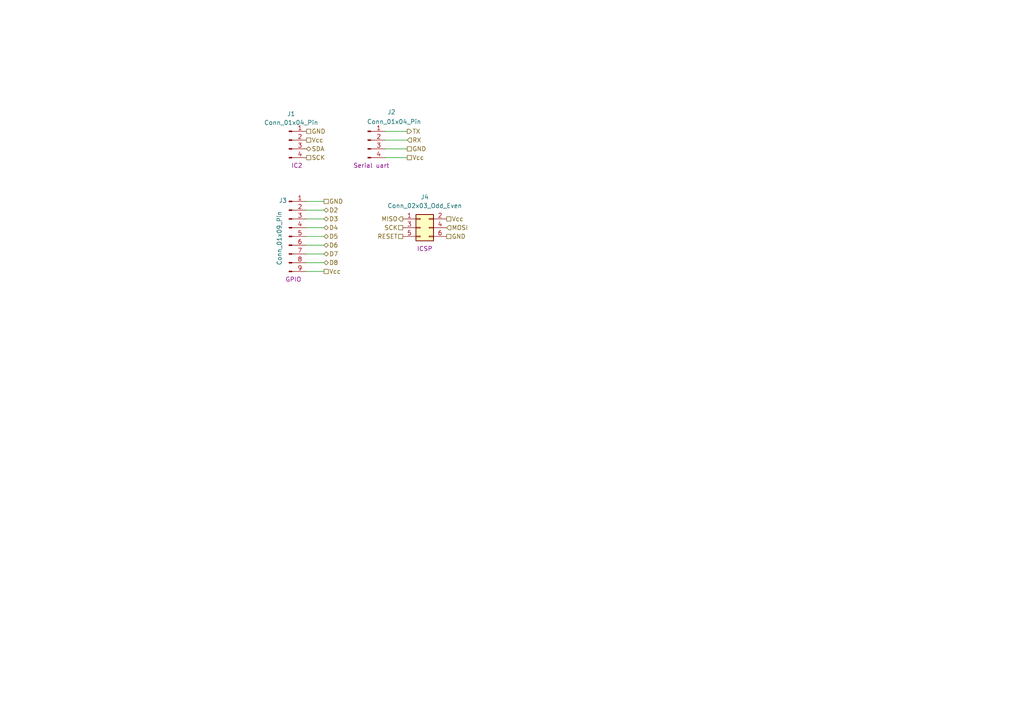
<source format=kicad_sch>
(kicad_sch (version 20231120) (generator "eeschema") (generator_version "8.0")
  (paper "A4")
  (lib_symbols
    (symbol "Connector:Conn_01x04_Pin" (pin_names (offset 1.016) hide)
      (property "Reference" "J" (at 0 5.08 0))
      (property "Value" "Conn_01x04_Pin" (at 0 -7.62 0))
      (symbol "Conn_01x04_Pin_1_1"
        (polyline (pts (xy 1.27 -5.08) (xy 0.8636 -5.08)) (stroke (width 0.1524)))
        (polyline (pts (xy 1.27 -2.54) (xy 0.8636 -2.54)) (stroke (width 0.1524)))
        (polyline (pts (xy 1.27 0) (xy 0.8636 0)) (stroke (width 0.1524)))
        (polyline (pts (xy 1.27 2.54) (xy 0.8636 2.54)) (stroke (width 0.1524)))
        (rectangle (start 0.8636 -4.953) (end 0 -5.207) (stroke (width 0.1524)) (fill (type outline)))
        (rectangle (start 0.8636 -2.413) (end 0 -2.667) (stroke (width 0.1524)) (fill (type outline)))
        (rectangle (start 0.8636 0.127) (end 0 -0.127) (stroke (width 0.1524)) (fill (type outline)))
        (rectangle (start 0.8636 2.667) (end 0 2.413) (stroke (width 0.1524)) (fill (type outline)))
        (pin passive line (at 5.08 2.54 180) (length 3.81) (name "Pin_1") (number "1"))
        (pin passive line (at 5.08 0 180) (length 3.81) (name "Pin_2") (number "2"))
        (pin passive line (at 5.08 -2.54 180) (length 3.81) (name "Pin_3") (number "3"))
        (pin passive line (at 5.08 -5.08 180) (length 3.81) (name "Pin_4") (number "4"))
      )
    )
    (symbol "Connector:Conn_01x09_Pin" (pin_names (offset 1.016) hide)
      (property "Reference" "J" (at 0 12.7 0))
      (property "Value" "Conn_01x09_Pin" (at 0 -12.7 0))
      (symbol "Conn_01x09_Pin_1_1"
        (polyline (pts (xy 1.27 -10.16) (xy 0.8636 -10.16)) (stroke (width 0.1524)))
        (polyline (pts (xy 1.27 -7.62) (xy 0.8636 -7.62)) (stroke (width 0.1524)))
        (polyline (pts (xy 1.27 -5.08) (xy 0.8636 -5.08)) (stroke (width 0.1524)))
        (polyline (pts (xy 1.27 -2.54) (xy 0.8636 -2.54)) (stroke (width 0.1524)))
        (polyline (pts (xy 1.27 0) (xy 0.8636 0)) (stroke (width 0.1524)))
        (polyline (pts (xy 1.27 2.54) (xy 0.8636 2.54)) (stroke (width 0.1524)))
        (polyline (pts (xy 1.27 5.08) (xy 0.8636 5.08)) (stroke (width 0.1524)))
        (polyline (pts (xy 1.27 7.62) (xy 0.8636 7.62)) (stroke (width 0.1524)))
        (polyline (pts (xy 1.27 10.16) (xy 0.8636 10.16)) (stroke (width 0.1524)))
        (rectangle (start 0.8636 -10.033) (end 0 -10.287) (stroke (width 0.1524)) (fill (type outline)))
        (rectangle (start 0.8636 -7.493) (end 0 -7.747) (stroke (width 0.1524)) (fill (type outline)))
        (rectangle (start 0.8636 -4.953) (end 0 -5.207) (stroke (width 0.1524)) (fill (type outline)))
        (rectangle (start 0.8636 -2.413) (end 0 -2.667) (stroke (width 0.1524)) (fill (type outline)))
        (rectangle (start 0.8636 0.127) (end 0 -0.127) (stroke (width 0.1524)) (fill (type outline)))
        (rectangle (start 0.8636 2.667) (end 0 2.413) (stroke (width 0.1524)) (fill (type outline)))
        (rectangle (start 0.8636 5.207) (end 0 4.953) (stroke (width 0.1524)) (fill (type outline)))
        (rectangle (start 0.8636 7.747) (end 0 7.493) (stroke (width 0.1524)) (fill (type outline)))
        (rectangle (start 0.8636 10.287) (end 0 10.033) (stroke (width 0.1524)) (fill (type outline)))
        (pin passive line (at 5.08 10.16 180) (length 3.81) (name "Pin_1") (number "1"))
        (pin passive line (at 5.08 7.62 180) (length 3.81) (name "Pin_2") (number "2"))
        (pin passive line (at 5.08 5.08 180) (length 3.81) (name "Pin_3") (number "3"))
        (pin passive line (at 5.08 2.54 180) (length 3.81) (name "Pin_4") (number "4"))
        (pin passive line (at 5.08 0 180) (length 3.81) (name "Pin_5") (number "5"))
        (pin passive line (at 5.08 -2.54 180) (length 3.81) (name "Pin_6") (number "6"))
        (pin passive line (at 5.08 -5.08 180) (length 3.81) (name "Pin_7") (number "7"))
        (pin passive line (at 5.08 -7.62 180) (length 3.81) (name "Pin_8") (number "8"))
        (pin passive line (at 5.08 -10.16 180) (length 3.81) (name "Pin_9") (number "9"))
      )
    )
    (symbol "Connector_Generic:Conn_02x03_Odd_Even" (pin_names (offset 1.016) hide)
      (property "Reference" "J" (at 1.27 5.08 0))
      (property "Value" "Conn_02x03_Odd_Even" (at 1.27 -5.08 0))
      (symbol "Conn_02x03_Odd_Even_1_1"
        (rectangle (start -1.27 -2.413) (end 0 -2.667) (stroke (width 0.1524)))
        (rectangle (start -1.27 0.127) (end 0 -0.127) (stroke (width 0.1524)))
        (rectangle (start -1.27 2.667) (end 0 2.413) (stroke (width 0.1524)))
        (rectangle (start -1.27 3.81) (end 3.81 -3.81) (stroke (width 0.254)) (fill (type background)))
        (rectangle (start 3.81 -2.413) (end 2.54 -2.667) (stroke (width 0.1524)))
        (rectangle (start 3.81 0.127) (end 2.54 -0.127) (stroke (width 0.1524)))
        (rectangle (start 3.81 2.667) (end 2.54 2.413) (stroke (width 0.1524)))
        (pin passive line (at -5.08 2.54 0) (length 3.81) (name "Pin_1") (number "1"))
        (pin passive line (at 7.62 2.54 180) (length 3.81) (name "Pin_2") (number "2"))
        (pin passive line (at -5.08 0 0) (length 3.81) (name "Pin_3") (number "3"))
        (pin passive line (at 7.62 0 180) (length 3.81) (name "Pin_4") (number "4"))
        (pin passive line (at -5.08 -2.54 0) (length 3.81) (name "Pin_5") (number "5"))
        (pin passive line (at 7.62 -2.54 180) (length 3.81) (name "Pin_6") (number "6"))
      )
    )
  )
  (wire (pts (xy 111.76 45.72) (xy 118.11 45.72)))
  (wire (pts (xy 111.76 40.64) (xy 118.11 40.64)))
  (wire (pts (xy 88.9 58.42) (xy 93.98 58.42)))
  (wire (pts (xy 88.9 71.12) (xy 93.98 71.12)))
  (wire (pts (xy 88.9 60.96) (xy 93.98 60.96)))
  (wire (pts (xy 88.9 73.66) (xy 93.98 73.66)))
  (wire (pts (xy 111.76 38.1) (xy 118.11 38.1)))
  (wire (pts (xy 88.9 63.5) (xy 93.98 63.5)))
  (wire (pts (xy 111.76 43.18) (xy 118.11 43.18)))
  (wire (pts (xy 88.9 68.58) (xy 93.98 68.58)))
  (wire (pts (xy 88.9 78.74) (xy 93.98 78.74)))
  (wire (pts (xy 88.9 66.04) (xy 93.98 66.04)))
  (wire (pts (xy 88.9 76.2) (xy 93.98 76.2)))
  (hierarchical_label "Vcc" (shape passive) (at 93.98 78.74 0))
  (hierarchical_label "D2" (shape bidirectional) (at 93.98 60.96 0))
  (hierarchical_label "MISO" (shape output) (at 116.84 63.5 180))
  (hierarchical_label "D6" (shape bidirectional) (at 93.98 71.12 0))
  (hierarchical_label "GND" (shape passive) (at 93.98 58.42 0))
  (hierarchical_label "GND" (shape passive) (at 118.11 43.18 0))
  (hierarchical_label "RX" (shape input) (at 118.11 40.64 0))
  (hierarchical_label "SCK" (shape passive) (at 116.84 66.04 180))
  (hierarchical_label "RESET" (shape passive) (at 116.84 68.58 180))
  (hierarchical_label "D7" (shape bidirectional) (at 93.98 73.66 0))
  (hierarchical_label "SCK" (shape passive) (at 88.9 45.72 0))
  (hierarchical_label "GND" (shape passive) (at 88.9 38.1 0))
  (hierarchical_label "TX" (shape output) (at 118.11 38.1 0))
  (hierarchical_label "D8" (shape bidirectional) (at 93.98 76.2 0))
  (hierarchical_label "D3" (shape bidirectional) (at 93.98 63.5 0))
  (hierarchical_label "Vcc" (shape passive) (at 88.9 40.64 0))
  (hierarchical_label "MOSI" (shape input) (at 129.54 66.04 0))
  (hierarchical_label "SDA" (shape bidirectional) (at 88.9 43.18 0))
  (hierarchical_label "D4" (shape bidirectional) (at 93.98 66.04 0))
  (hierarchical_label "D5" (shape bidirectional) (at 93.98 68.58 0))
  (hierarchical_label "Vcc" (shape passive) (at 129.54 63.5 0))
  (hierarchical_label "GND" (shape passive) (at 129.54 68.58 0))
  (hierarchical_label "Vcc" (shape passive) (at 118.11 45.72 0))
  (symbol (lib_id "Connector:Conn_01x04_Pin") (at 106.68 40.64 0) (unit 1)
    (property "Reference" "J2" (at 113.538 32.512 0))
    (property "Value" "Conn_01x04_Pin" (at 114.3 35.306 0))
    (property "Footprint" "Connector_PinHeader_2.54mm:PinHeader_1x04_P2.54mm_Vertical" (effects (hide yes)))
    (property "Description" "Generic connector, single row, 01x04, script generated" (effects (hide yes)))
    (property "Purpose of the circuit component" "Serial uart" (at 107.696 48.006 0))
  )
  (symbol (lib_id "Connector_Generic:Conn_02x03_Odd_Even") (at 121.92 66.04 0) (unit 1)
    (property "Reference" "J4" (at 123.19 57.15 0))
    (property "Value" "Conn_02x03_Odd_Even" (at 123.19 59.69 0))
    (property "Footprint" "Connector_PinHeader_2.54mm:PinHeader_2x03_P2.54mm_Vertical" (effects (hide yes)))
    (property "Description" "Generic connector, double row, 02x03, odd/even pin numbering scheme (row 1 odd numbers, row 2 even numbers), script generated (kicad-library-utils/schlib/autogen/connector/)" (effects (hide yes)))
    (property "Purpose of the circuit component" "ICSP" (at 123.19 72.136 0))
  )
  (symbol (lib_id "Connector:Conn_01x09_Pin") (at 83.82 68.58 0) (unit 1)
    (property "Reference" "J3" (at 82.042 58.166 0))
    (property "Value" "Conn_01x09_Pin" (at 81.026 69.088 90))
    (property "Footprint" "Connector_PinHeader_2.54mm:PinHeader_1x09_P2.54mm_Vertical" (effects (hide yes)))
    (property "Description" "Generic connector, single row, 01x09, script generated" (effects (hide yes)))
    (property "Purpose of the circuit component" "GPIO" (at 85.09 81.026 0))
  )
  (symbol (lib_id "Connector:Conn_01x04_Pin") (at 83.82 40.64 0) (unit 1)
    (property "Reference" "J1" (at 84.455 33.02 0))
    (property "Value" "Conn_01x04_Pin" (at 84.455 35.56 0))
    (property "Footprint" "Connector_PinHeader_2.54mm:PinHeader_1x04_P2.54mm_Vertical" (effects (hide yes)))
    (property "Description" "Generic connector, single row, 01x04, script generated" (effects (hide yes)))
    (property "Purpose of the circuit component" "IC2" (at 86.106 48.006 0))
  )
)
</source>
